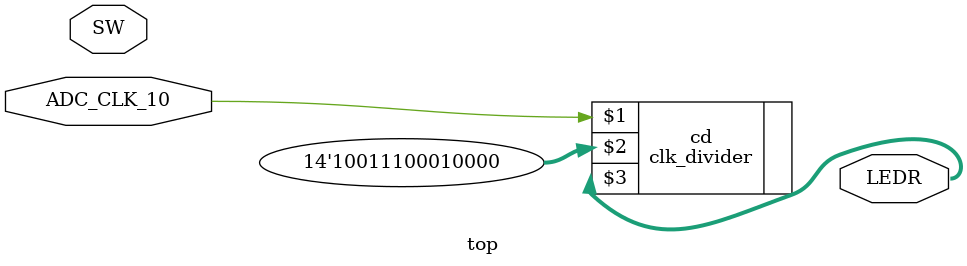
<source format=v>
module top(SW, LEDR, ADC_CLK_10);
	input[9:0] SW;
	output[9:0] LEDR;
	input ADC_CLK_10;
	
	clk_divider #(14) cd(ADC_CLK_10, 14'h2710, LEDR); // Magic value = 10,000	
	
endmodule

</source>
